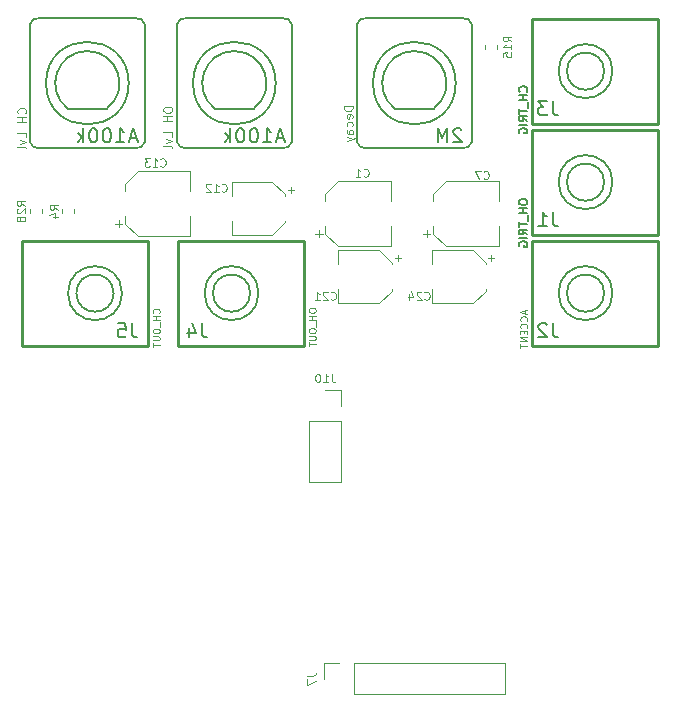
<source format=gbr>
G04 #@! TF.GenerationSoftware,KiCad,Pcbnew,(5.0.1)-4*
G04 #@! TF.CreationDate,2019-01-08T12:08:18+01:00*
G04 #@! TF.ProjectId,1U HiHat,31552048694861742E6B696361645F70,rev?*
G04 #@! TF.SameCoordinates,Original*
G04 #@! TF.FileFunction,Legend,Bot*
G04 #@! TF.FilePolarity,Positive*
%FSLAX46Y46*%
G04 Gerber Fmt 4.6, Leading zero omitted, Abs format (unit mm)*
G04 Created by KiCad (PCBNEW (5.0.1)-4) date 01/08/19 12:08:18*
%MOMM*%
%LPD*%
G01*
G04 APERTURE LIST*
%ADD10C,0.127000*%
%ADD11C,0.254000*%
%ADD12C,0.120000*%
%ADD13C,0.150000*%
%ADD14C,0.152400*%
G04 APERTURE END LIST*
D10*
G04 #@! TO.C,J1*
X139966700Y-77978000D02*
G75*
G03X139966700Y-77978000I-2286000J0D01*
G01*
X139255500Y-77978000D02*
G75*
G03X139255500Y-77978000I-1574800J0D01*
G01*
D11*
X133172200Y-82423000D02*
X133172200Y-73533000D01*
X143840200Y-82423000D02*
X133172200Y-82423000D01*
X143840200Y-73533000D02*
X143840200Y-82423000D01*
X133172200Y-73533000D02*
X143840200Y-73533000D01*
D10*
G04 #@! TO.C,J2*
X139966700Y-87376000D02*
G75*
G03X139966700Y-87376000I-2286000J0D01*
G01*
X139255500Y-87376000D02*
G75*
G03X139255500Y-87376000I-1574800J0D01*
G01*
D11*
X133172200Y-91821000D02*
X133172200Y-82931000D01*
X143840200Y-91821000D02*
X133172200Y-91821000D01*
X143840200Y-82931000D02*
X143840200Y-91821000D01*
X133172200Y-82931000D02*
X143840200Y-82931000D01*
D10*
G04 #@! TO.C,J3*
X139966700Y-68580000D02*
G75*
G03X139966700Y-68580000I-2286000J0D01*
G01*
X139255500Y-68580000D02*
G75*
G03X139255500Y-68580000I-1574800J0D01*
G01*
D11*
X133172200Y-73025000D02*
X133172200Y-64135000D01*
X143840200Y-73025000D02*
X133172200Y-73025000D01*
X143840200Y-64135000D02*
X143840200Y-73025000D01*
X133172200Y-64135000D02*
X143840200Y-64135000D01*
D10*
G04 #@! TO.C,J4*
X109994700Y-87376000D02*
G75*
G03X109994700Y-87376000I-2286000J0D01*
G01*
X109283500Y-87376000D02*
G75*
G03X109283500Y-87376000I-1574800J0D01*
G01*
D11*
X103200200Y-91821000D02*
X103200200Y-82931000D01*
X113868200Y-91821000D02*
X103200200Y-91821000D01*
X113868200Y-82931000D02*
X113868200Y-91821000D01*
X103200200Y-82931000D02*
X113868200Y-82931000D01*
D10*
G04 #@! TO.C,J5*
X98437700Y-87376000D02*
G75*
G03X98437700Y-87376000I-2286000J0D01*
G01*
X97726500Y-87376000D02*
G75*
G03X97726500Y-87376000I-1574800J0D01*
G01*
D11*
X100660200Y-82931000D02*
X100660200Y-91821000D01*
X89992200Y-82931000D02*
X100660200Y-82931000D01*
X89992200Y-91821000D02*
X89992200Y-82931000D01*
X100660200Y-91821000D02*
X89992200Y-91821000D01*
D12*
G04 #@! TO.C,J7*
X130870000Y-118685000D02*
X130870000Y-121345000D01*
X118110000Y-118685000D02*
X130870000Y-118685000D01*
X118110000Y-121345000D02*
X130870000Y-121345000D01*
X118110000Y-118685000D02*
X118110000Y-121345000D01*
X116840000Y-118685000D02*
X115510000Y-118685000D01*
X115510000Y-118685000D02*
X115510000Y-120015000D01*
G04 #@! TO.C,J10*
X116949837Y-95596400D02*
X115619837Y-95596400D01*
X116949837Y-96926400D02*
X116949837Y-95596400D01*
X116949837Y-98196400D02*
X114289837Y-98196400D01*
X114289837Y-98196400D02*
X114289837Y-103336400D01*
X116949837Y-98196400D02*
X116949837Y-103336400D01*
X116949837Y-103336400D02*
X114289837Y-103336400D01*
D10*
G04 #@! TO.C,Decay*
X126689837Y-69597843D02*
G75*
G03X126689837Y-69597843I-3500000J0D01*
G01*
X118335837Y-74587943D02*
G75*
G03X119099737Y-75097843I636900J127000D01*
G01*
X127279937Y-75097843D02*
X119099737Y-75097843D01*
X127279937Y-75097843D02*
G75*
G03X128043837Y-74587943I127000J636900D01*
G01*
X128043837Y-64607743D02*
X128043837Y-74587943D01*
X128043837Y-64607743D02*
G75*
G03X127279937Y-64097843I-636900J-127000D01*
G01*
X119099737Y-64097843D02*
X127279937Y-64097843D01*
X119099737Y-64097843D02*
G75*
G03X118335837Y-64607743I-127000J-636900D01*
G01*
X118335837Y-74587943D02*
X118335837Y-64607743D01*
D13*
X121539000Y-71755000D02*
G75*
G02X124841000Y-71755000I1651000J2159000D01*
G01*
X124841000Y-71755000D02*
X121539000Y-71755000D01*
D10*
G04 #@! TO.C,OH Lvl*
X111449837Y-69597843D02*
G75*
G03X111449837Y-69597843I-3500000J0D01*
G01*
X103095837Y-74587943D02*
G75*
G03X103859737Y-75097843I636900J127000D01*
G01*
X112039937Y-75097843D02*
X103859737Y-75097843D01*
X112039937Y-75097843D02*
G75*
G03X112803837Y-74587943I127000J636900D01*
G01*
X112803837Y-64607743D02*
X112803837Y-74587943D01*
X112803837Y-64607743D02*
G75*
G03X112039937Y-64097843I-636900J-127000D01*
G01*
X103859737Y-64097843D02*
X112039937Y-64097843D01*
X103859737Y-64097843D02*
G75*
G03X103095837Y-64607743I-127000J-636900D01*
G01*
X103095837Y-74587943D02*
X103095837Y-64607743D01*
D13*
X106299000Y-71755000D02*
G75*
G02X109601000Y-71755000I1651000J2159000D01*
G01*
X109601000Y-71755000D02*
X106299000Y-71755000D01*
G04 #@! TO.C,CH Lvl*
X97155000Y-71755000D02*
X93853000Y-71755000D01*
X93853000Y-71755000D02*
G75*
G02X97155000Y-71755000I1651000J2159000D01*
G01*
D10*
X90649837Y-74587943D02*
X90649837Y-64607743D01*
X91413737Y-64097843D02*
G75*
G03X90649837Y-64607743I-127000J-636900D01*
G01*
X91413737Y-64097843D02*
X99593937Y-64097843D01*
X100357837Y-64607743D02*
G75*
G03X99593937Y-64097843I-636900J-127000D01*
G01*
X100357837Y-64607743D02*
X100357837Y-74587943D01*
X99593937Y-75097843D02*
G75*
G03X100357837Y-74587943I127000J636900D01*
G01*
X99593937Y-75097843D02*
X91413737Y-75097843D01*
X90649837Y-74587943D02*
G75*
G03X91413737Y-75097843I636900J127000D01*
G01*
X99003837Y-69597843D02*
G75*
G03X99003837Y-69597843I-3500000J0D01*
G01*
D12*
G04 #@! TO.C,C1*
X121187500Y-77885000D02*
X121187500Y-79585000D01*
X121187500Y-83405000D02*
X121187500Y-81705000D01*
X116731937Y-83405000D02*
X121187500Y-83405000D01*
X116731937Y-77885000D02*
X121187500Y-77885000D01*
X115667500Y-78949437D02*
X115667500Y-79585000D01*
X115667500Y-82340563D02*
X115667500Y-81705000D01*
X115667500Y-82340563D02*
X116731937Y-83405000D01*
X115667500Y-78949437D02*
X116731937Y-77885000D01*
X114802500Y-82330000D02*
X115427500Y-82330000D01*
X115115000Y-82642500D02*
X115115000Y-82017500D01*
G04 #@! TO.C,C7*
X124246000Y-82642500D02*
X124246000Y-82017500D01*
X123933500Y-82330000D02*
X124558500Y-82330000D01*
X124798500Y-78949437D02*
X125862937Y-77885000D01*
X124798500Y-82340563D02*
X125862937Y-83405000D01*
X124798500Y-82340563D02*
X124798500Y-81705000D01*
X124798500Y-78949437D02*
X124798500Y-79585000D01*
X125862937Y-77885000D02*
X130318500Y-77885000D01*
X125862937Y-83405000D02*
X130318500Y-83405000D01*
X130318500Y-83405000D02*
X130318500Y-81705000D01*
X130318500Y-77885000D02*
X130318500Y-79585000D01*
G04 #@! TO.C,C12*
X107722000Y-82460500D02*
X107722000Y-81260500D01*
X107722000Y-77940500D02*
X107722000Y-79140500D01*
X111177563Y-77940500D02*
X107722000Y-77940500D01*
X111177563Y-82460500D02*
X107722000Y-82460500D01*
X112242000Y-81396063D02*
X112242000Y-81260500D01*
X112242000Y-79004937D02*
X112242000Y-79140500D01*
X112242000Y-79004937D02*
X111177563Y-77940500D01*
X112242000Y-81396063D02*
X111177563Y-82460500D01*
X112982000Y-78640500D02*
X112482000Y-78640500D01*
X112732000Y-78390500D02*
X112732000Y-78890500D01*
G04 #@! TO.C,C13*
X104233000Y-77050500D02*
X104233000Y-78750500D01*
X104233000Y-82570500D02*
X104233000Y-80870500D01*
X99777437Y-82570500D02*
X104233000Y-82570500D01*
X99777437Y-77050500D02*
X104233000Y-77050500D01*
X98713000Y-78114937D02*
X98713000Y-78750500D01*
X98713000Y-81506063D02*
X98713000Y-80870500D01*
X98713000Y-81506063D02*
X99777437Y-82570500D01*
X98713000Y-78114937D02*
X99777437Y-77050500D01*
X97848000Y-81495500D02*
X98473000Y-81495500D01*
X98160500Y-81808000D02*
X98160500Y-81183000D01*
G04 #@! TO.C,C21*
X121777500Y-84169000D02*
X121777500Y-84669000D01*
X122027500Y-84419000D02*
X121527500Y-84419000D01*
X121287500Y-87174563D02*
X120223063Y-88239000D01*
X121287500Y-84783437D02*
X120223063Y-83719000D01*
X121287500Y-84783437D02*
X121287500Y-84919000D01*
X121287500Y-87174563D02*
X121287500Y-87039000D01*
X120223063Y-88239000D02*
X116767500Y-88239000D01*
X120223063Y-83719000D02*
X116767500Y-83719000D01*
X116767500Y-83719000D02*
X116767500Y-84919000D01*
X116767500Y-88239000D02*
X116767500Y-87039000D01*
G04 #@! TO.C,C24*
X124698500Y-88239000D02*
X124698500Y-87039000D01*
X124698500Y-83719000D02*
X124698500Y-84919000D01*
X128154063Y-83719000D02*
X124698500Y-83719000D01*
X128154063Y-88239000D02*
X124698500Y-88239000D01*
X129218500Y-87174563D02*
X129218500Y-87039000D01*
X129218500Y-84783437D02*
X129218500Y-84919000D01*
X129218500Y-84783437D02*
X128154063Y-83719000D01*
X129218500Y-87174563D02*
X128154063Y-88239000D01*
X129958500Y-84419000D02*
X129458500Y-84419000D01*
X129708500Y-84169000D02*
X129708500Y-84669000D01*
G04 #@! TO.C,R4*
X93343000Y-80262733D02*
X93343000Y-80605267D01*
X94363000Y-80262733D02*
X94363000Y-80605267D01*
G04 #@! TO.C,R15*
X130177000Y-66686767D02*
X130177000Y-66344233D01*
X129157000Y-66686767D02*
X129157000Y-66344233D01*
G04 #@! TO.C,R28*
X91696000Y-80262733D02*
X91696000Y-80605267D01*
X90676000Y-80262733D02*
X90676000Y-80605267D01*
G04 #@! TO.C,J1*
D14*
X134904963Y-80524047D02*
X134904963Y-81385833D01*
X134962416Y-81558190D01*
X135077320Y-81673095D01*
X135249678Y-81730547D01*
X135364582Y-81730547D01*
X133698463Y-81730547D02*
X134387892Y-81730547D01*
X134043178Y-81730547D02*
X134043178Y-80524047D01*
X134158082Y-80696404D01*
X134272987Y-80811309D01*
X134387892Y-80868761D01*
X132057866Y-79596260D02*
X132057866Y-79729593D01*
X132091200Y-79796260D01*
X132157866Y-79862926D01*
X132291200Y-79896260D01*
X132524533Y-79896260D01*
X132657866Y-79862926D01*
X132724533Y-79796260D01*
X132757866Y-79729593D01*
X132757866Y-79596260D01*
X132724533Y-79529593D01*
X132657866Y-79462926D01*
X132524533Y-79429593D01*
X132291200Y-79429593D01*
X132157866Y-79462926D01*
X132091200Y-79529593D01*
X132057866Y-79596260D01*
X132757866Y-80196260D02*
X132057866Y-80196260D01*
X132391200Y-80196260D02*
X132391200Y-80596260D01*
X132757866Y-80596260D02*
X132057866Y-80596260D01*
X132824533Y-80762926D02*
X132824533Y-81296260D01*
X132057866Y-81362926D02*
X132057866Y-81762926D01*
X132757866Y-81562926D02*
X132057866Y-81562926D01*
X132757866Y-82396260D02*
X132424533Y-82162926D01*
X132757866Y-81996260D02*
X132057866Y-81996260D01*
X132057866Y-82262926D01*
X132091200Y-82329593D01*
X132124533Y-82362926D01*
X132191200Y-82396260D01*
X132291200Y-82396260D01*
X132357866Y-82362926D01*
X132391200Y-82329593D01*
X132424533Y-82262926D01*
X132424533Y-81996260D01*
X132757866Y-82696260D02*
X132057866Y-82696260D01*
X132091200Y-83396260D02*
X132057866Y-83329593D01*
X132057866Y-83229593D01*
X132091200Y-83129593D01*
X132157866Y-83062926D01*
X132224533Y-83029593D01*
X132357866Y-82996260D01*
X132457866Y-82996260D01*
X132591200Y-83029593D01*
X132657866Y-83062926D01*
X132724533Y-83129593D01*
X132757866Y-83229593D01*
X132757866Y-83296260D01*
X132724533Y-83396260D01*
X132691200Y-83429593D01*
X132457866Y-83429593D01*
X132457866Y-83296260D01*
G04 #@! TO.C,J2*
X134904963Y-89922047D02*
X134904963Y-90783833D01*
X134962416Y-90956190D01*
X135077320Y-91071095D01*
X135249678Y-91128547D01*
X135364582Y-91128547D01*
X134387892Y-90036952D02*
X134330440Y-89979500D01*
X134215535Y-89922047D01*
X133928273Y-89922047D01*
X133813368Y-89979500D01*
X133755916Y-90036952D01*
X133698463Y-90151857D01*
X133698463Y-90266761D01*
X133755916Y-90439119D01*
X134445344Y-91128547D01*
X133698463Y-91128547D01*
D12*
X132591200Y-88838285D02*
X132591200Y-89124000D01*
X132762628Y-88781142D02*
X132162628Y-88981142D01*
X132762628Y-89181142D01*
X132705485Y-89724000D02*
X132734057Y-89695428D01*
X132762628Y-89609714D01*
X132762628Y-89552571D01*
X132734057Y-89466857D01*
X132676914Y-89409714D01*
X132619771Y-89381142D01*
X132505485Y-89352571D01*
X132419771Y-89352571D01*
X132305485Y-89381142D01*
X132248342Y-89409714D01*
X132191200Y-89466857D01*
X132162628Y-89552571D01*
X132162628Y-89609714D01*
X132191200Y-89695428D01*
X132219771Y-89724000D01*
X132705485Y-90324000D02*
X132734057Y-90295428D01*
X132762628Y-90209714D01*
X132762628Y-90152571D01*
X132734057Y-90066857D01*
X132676914Y-90009714D01*
X132619771Y-89981142D01*
X132505485Y-89952571D01*
X132419771Y-89952571D01*
X132305485Y-89981142D01*
X132248342Y-90009714D01*
X132191200Y-90066857D01*
X132162628Y-90152571D01*
X132162628Y-90209714D01*
X132191200Y-90295428D01*
X132219771Y-90324000D01*
X132448342Y-90581142D02*
X132448342Y-90781142D01*
X132762628Y-90866857D02*
X132762628Y-90581142D01*
X132162628Y-90581142D01*
X132162628Y-90866857D01*
X132762628Y-91124000D02*
X132162628Y-91124000D01*
X132762628Y-91466857D01*
X132162628Y-91466857D01*
X132162628Y-91666857D02*
X132162628Y-92009714D01*
X132762628Y-91838285D02*
X132162628Y-91838285D01*
G04 #@! TO.C,J3*
D14*
X134904963Y-71126047D02*
X134904963Y-71987833D01*
X134962416Y-72160190D01*
X135077320Y-72275095D01*
X135249678Y-72332547D01*
X135364582Y-72332547D01*
X134445344Y-71126047D02*
X133698463Y-71126047D01*
X134100630Y-71585666D01*
X133928273Y-71585666D01*
X133813368Y-71643119D01*
X133755916Y-71700571D01*
X133698463Y-71815476D01*
X133698463Y-72102738D01*
X133755916Y-72217642D01*
X133813368Y-72275095D01*
X133928273Y-72332547D01*
X134272987Y-72332547D01*
X134387892Y-72275095D01*
X134445344Y-72217642D01*
X132691200Y-70312526D02*
X132724533Y-70279193D01*
X132757866Y-70179193D01*
X132757866Y-70112526D01*
X132724533Y-70012526D01*
X132657866Y-69945860D01*
X132591200Y-69912526D01*
X132457866Y-69879193D01*
X132357866Y-69879193D01*
X132224533Y-69912526D01*
X132157866Y-69945860D01*
X132091200Y-70012526D01*
X132057866Y-70112526D01*
X132057866Y-70179193D01*
X132091200Y-70279193D01*
X132124533Y-70312526D01*
X132757866Y-70612526D02*
X132057866Y-70612526D01*
X132391200Y-70612526D02*
X132391200Y-71012526D01*
X132757866Y-71012526D02*
X132057866Y-71012526D01*
X132824533Y-71179193D02*
X132824533Y-71712526D01*
X132057866Y-71779193D02*
X132057866Y-72179193D01*
X132757866Y-71979193D02*
X132057866Y-71979193D01*
X132757866Y-72812526D02*
X132424533Y-72579193D01*
X132757866Y-72412526D02*
X132057866Y-72412526D01*
X132057866Y-72679193D01*
X132091200Y-72745860D01*
X132124533Y-72779193D01*
X132191200Y-72812526D01*
X132291200Y-72812526D01*
X132357866Y-72779193D01*
X132391200Y-72745860D01*
X132424533Y-72679193D01*
X132424533Y-72412526D01*
X132757866Y-73112526D02*
X132057866Y-73112526D01*
X132091200Y-73812526D02*
X132057866Y-73745860D01*
X132057866Y-73645860D01*
X132091200Y-73545860D01*
X132157866Y-73479193D01*
X132224533Y-73445860D01*
X132357866Y-73412526D01*
X132457866Y-73412526D01*
X132591200Y-73445860D01*
X132657866Y-73479193D01*
X132724533Y-73545860D01*
X132757866Y-73645860D01*
X132757866Y-73712526D01*
X132724533Y-73812526D01*
X132691200Y-73845860D01*
X132457866Y-73845860D01*
X132457866Y-73712526D01*
G04 #@! TO.C,J4*
X105186963Y-89922047D02*
X105186963Y-90783833D01*
X105244416Y-90956190D01*
X105359320Y-91071095D01*
X105531678Y-91128547D01*
X105646582Y-91128547D01*
X104095368Y-90324214D02*
X104095368Y-91128547D01*
X104382630Y-89864595D02*
X104669892Y-90726380D01*
X103923011Y-90726380D01*
D12*
X114230228Y-88777942D02*
X114230228Y-88892228D01*
X114258800Y-88949371D01*
X114315942Y-89006514D01*
X114430228Y-89035085D01*
X114630228Y-89035085D01*
X114744514Y-89006514D01*
X114801657Y-88949371D01*
X114830228Y-88892228D01*
X114830228Y-88777942D01*
X114801657Y-88720800D01*
X114744514Y-88663657D01*
X114630228Y-88635085D01*
X114430228Y-88635085D01*
X114315942Y-88663657D01*
X114258800Y-88720800D01*
X114230228Y-88777942D01*
X114830228Y-89292228D02*
X114230228Y-89292228D01*
X114515942Y-89292228D02*
X114515942Y-89635085D01*
X114830228Y-89635085D02*
X114230228Y-89635085D01*
X114887371Y-89777942D02*
X114887371Y-90235085D01*
X114230228Y-90492228D02*
X114230228Y-90606514D01*
X114258800Y-90663657D01*
X114315942Y-90720800D01*
X114430228Y-90749371D01*
X114630228Y-90749371D01*
X114744514Y-90720800D01*
X114801657Y-90663657D01*
X114830228Y-90606514D01*
X114830228Y-90492228D01*
X114801657Y-90435085D01*
X114744514Y-90377942D01*
X114630228Y-90349371D01*
X114430228Y-90349371D01*
X114315942Y-90377942D01*
X114258800Y-90435085D01*
X114230228Y-90492228D01*
X114230228Y-91006514D02*
X114715942Y-91006514D01*
X114773085Y-91035085D01*
X114801657Y-91063657D01*
X114830228Y-91120800D01*
X114830228Y-91235085D01*
X114801657Y-91292228D01*
X114773085Y-91320800D01*
X114715942Y-91349371D01*
X114230228Y-91349371D01*
X114230228Y-91549371D02*
X114230228Y-91892228D01*
X114830228Y-91720800D02*
X114230228Y-91720800D01*
G04 #@! TO.C,J5*
D14*
X99268763Y-89922047D02*
X99268763Y-90783833D01*
X99326216Y-90956190D01*
X99441120Y-91071095D01*
X99613478Y-91128547D01*
X99728382Y-91128547D01*
X98119716Y-89922047D02*
X98694240Y-89922047D01*
X98751692Y-90496571D01*
X98694240Y-90439119D01*
X98579335Y-90381666D01*
X98292073Y-90381666D01*
X98177168Y-90439119D01*
X98119716Y-90496571D01*
X98062263Y-90611476D01*
X98062263Y-90898738D01*
X98119716Y-91013642D01*
X98177168Y-91071095D01*
X98292073Y-91128547D01*
X98579335Y-91128547D01*
X98694240Y-91071095D01*
X98751692Y-91013642D01*
D12*
X101565085Y-89057314D02*
X101593657Y-89028742D01*
X101622228Y-88943028D01*
X101622228Y-88885885D01*
X101593657Y-88800171D01*
X101536514Y-88743028D01*
X101479371Y-88714457D01*
X101365085Y-88685885D01*
X101279371Y-88685885D01*
X101165085Y-88714457D01*
X101107942Y-88743028D01*
X101050800Y-88800171D01*
X101022228Y-88885885D01*
X101022228Y-88943028D01*
X101050800Y-89028742D01*
X101079371Y-89057314D01*
X101622228Y-89314457D02*
X101022228Y-89314457D01*
X101307942Y-89314457D02*
X101307942Y-89657314D01*
X101622228Y-89657314D02*
X101022228Y-89657314D01*
X101679371Y-89800171D02*
X101679371Y-90257314D01*
X101022228Y-90514457D02*
X101022228Y-90628742D01*
X101050800Y-90685885D01*
X101107942Y-90743028D01*
X101222228Y-90771600D01*
X101422228Y-90771600D01*
X101536514Y-90743028D01*
X101593657Y-90685885D01*
X101622228Y-90628742D01*
X101622228Y-90514457D01*
X101593657Y-90457314D01*
X101536514Y-90400171D01*
X101422228Y-90371600D01*
X101222228Y-90371600D01*
X101107942Y-90400171D01*
X101050800Y-90457314D01*
X101022228Y-90514457D01*
X101022228Y-91028742D02*
X101507942Y-91028742D01*
X101565085Y-91057314D01*
X101593657Y-91085885D01*
X101622228Y-91143028D01*
X101622228Y-91257314D01*
X101593657Y-91314457D01*
X101565085Y-91343028D01*
X101507942Y-91371600D01*
X101022228Y-91371600D01*
X101022228Y-91571600D02*
X101022228Y-91914457D01*
X101622228Y-91743028D02*
X101022228Y-91743028D01*
G04 #@! TO.C,J7*
X114126666Y-119781666D02*
X114626666Y-119781666D01*
X114726666Y-119748333D01*
X114793333Y-119681666D01*
X114826666Y-119581666D01*
X114826666Y-119515000D01*
X114126666Y-120048333D02*
X114126666Y-120515000D01*
X114826666Y-120215000D01*
G04 #@! TO.C,J10*
X116186503Y-94213066D02*
X116186503Y-94713066D01*
X116219837Y-94813066D01*
X116286503Y-94879733D01*
X116386503Y-94913066D01*
X116453170Y-94913066D01*
X115486503Y-94913066D02*
X115886503Y-94913066D01*
X115686503Y-94913066D02*
X115686503Y-94213066D01*
X115753170Y-94313066D01*
X115819837Y-94379733D01*
X115886503Y-94413066D01*
X115053170Y-94213066D02*
X114986503Y-94213066D01*
X114919837Y-94246400D01*
X114886503Y-94279733D01*
X114853170Y-94346400D01*
X114819837Y-94479733D01*
X114819837Y-94646400D01*
X114853170Y-94779733D01*
X114886503Y-94846400D01*
X114919837Y-94879733D01*
X114986503Y-94913066D01*
X115053170Y-94913066D01*
X115119837Y-94879733D01*
X115153170Y-94846400D01*
X115186503Y-94779733D01*
X115219837Y-94646400D01*
X115219837Y-94479733D01*
X115186503Y-94346400D01*
X115153170Y-94279733D01*
X115119837Y-94246400D01*
X115053170Y-94213066D01*
G04 #@! TO.C,Decay*
X117972685Y-71528971D02*
X117222685Y-71528971D01*
X117222685Y-71707542D01*
X117258400Y-71814685D01*
X117329828Y-71886114D01*
X117401257Y-71921828D01*
X117544114Y-71957542D01*
X117651257Y-71957542D01*
X117794114Y-71921828D01*
X117865542Y-71886114D01*
X117936971Y-71814685D01*
X117972685Y-71707542D01*
X117972685Y-71528971D01*
X117936971Y-72564685D02*
X117972685Y-72493257D01*
X117972685Y-72350400D01*
X117936971Y-72278971D01*
X117865542Y-72243257D01*
X117579828Y-72243257D01*
X117508400Y-72278971D01*
X117472685Y-72350400D01*
X117472685Y-72493257D01*
X117508400Y-72564685D01*
X117579828Y-72600400D01*
X117651257Y-72600400D01*
X117722685Y-72243257D01*
X117936971Y-73243257D02*
X117972685Y-73171828D01*
X117972685Y-73028971D01*
X117936971Y-72957542D01*
X117901257Y-72921828D01*
X117829828Y-72886114D01*
X117615542Y-72886114D01*
X117544114Y-72921828D01*
X117508400Y-72957542D01*
X117472685Y-73028971D01*
X117472685Y-73171828D01*
X117508400Y-73243257D01*
X117972685Y-73886114D02*
X117579828Y-73886114D01*
X117508400Y-73850400D01*
X117472685Y-73778971D01*
X117472685Y-73636114D01*
X117508400Y-73564685D01*
X117936971Y-73886114D02*
X117972685Y-73814685D01*
X117972685Y-73636114D01*
X117936971Y-73564685D01*
X117865542Y-73528971D01*
X117794114Y-73528971D01*
X117722685Y-73564685D01*
X117686971Y-73636114D01*
X117686971Y-73814685D01*
X117651257Y-73886114D01*
X117472685Y-74171828D02*
X117972685Y-74350400D01*
X117472685Y-74528971D02*
X117972685Y-74350400D01*
X118151257Y-74278971D01*
X118186971Y-74243257D01*
X118222685Y-74171828D01*
D14*
X127179130Y-73526952D02*
X127121678Y-73469500D01*
X127006773Y-73412047D01*
X126719511Y-73412047D01*
X126604606Y-73469500D01*
X126547154Y-73526952D01*
X126489701Y-73641857D01*
X126489701Y-73756761D01*
X126547154Y-73929119D01*
X127236582Y-74618547D01*
X126489701Y-74618547D01*
X125972630Y-74618547D02*
X125972630Y-73412047D01*
X125570463Y-74273833D01*
X125168297Y-73412047D01*
X125168297Y-74618547D01*
G04 #@! TO.C,OH Lvl*
D12*
X101931885Y-71773428D02*
X101931885Y-71916285D01*
X101967600Y-71987714D01*
X102039028Y-72059142D01*
X102181885Y-72094857D01*
X102431885Y-72094857D01*
X102574742Y-72059142D01*
X102646171Y-71987714D01*
X102681885Y-71916285D01*
X102681885Y-71773428D01*
X102646171Y-71702000D01*
X102574742Y-71630571D01*
X102431885Y-71594857D01*
X102181885Y-71594857D01*
X102039028Y-71630571D01*
X101967600Y-71702000D01*
X101931885Y-71773428D01*
X102681885Y-72416285D02*
X101931885Y-72416285D01*
X102289028Y-72416285D02*
X102289028Y-72844857D01*
X102681885Y-72844857D02*
X101931885Y-72844857D01*
X102681885Y-74130571D02*
X102681885Y-73773428D01*
X101931885Y-73773428D01*
X102181885Y-74309142D02*
X102681885Y-74487714D01*
X102181885Y-74666285D01*
X102681885Y-75059142D02*
X102646171Y-74987714D01*
X102574742Y-74952000D01*
X101931885Y-74952000D01*
D14*
X112129630Y-74273833D02*
X111555106Y-74273833D01*
X112244535Y-74618547D02*
X111842368Y-73412047D01*
X111440201Y-74618547D01*
X110406059Y-74618547D02*
X111095487Y-74618547D01*
X110750773Y-74618547D02*
X110750773Y-73412047D01*
X110865678Y-73584404D01*
X110980582Y-73699309D01*
X111095487Y-73756761D01*
X109659178Y-73412047D02*
X109544273Y-73412047D01*
X109429368Y-73469500D01*
X109371916Y-73526952D01*
X109314463Y-73641857D01*
X109257011Y-73871666D01*
X109257011Y-74158928D01*
X109314463Y-74388738D01*
X109371916Y-74503642D01*
X109429368Y-74561095D01*
X109544273Y-74618547D01*
X109659178Y-74618547D01*
X109774082Y-74561095D01*
X109831535Y-74503642D01*
X109888987Y-74388738D01*
X109946440Y-74158928D01*
X109946440Y-73871666D01*
X109888987Y-73641857D01*
X109831535Y-73526952D01*
X109774082Y-73469500D01*
X109659178Y-73412047D01*
X108510130Y-73412047D02*
X108395225Y-73412047D01*
X108280320Y-73469500D01*
X108222868Y-73526952D01*
X108165416Y-73641857D01*
X108107963Y-73871666D01*
X108107963Y-74158928D01*
X108165416Y-74388738D01*
X108222868Y-74503642D01*
X108280320Y-74561095D01*
X108395225Y-74618547D01*
X108510130Y-74618547D01*
X108625035Y-74561095D01*
X108682487Y-74503642D01*
X108739940Y-74388738D01*
X108797392Y-74158928D01*
X108797392Y-73871666D01*
X108739940Y-73641857D01*
X108682487Y-73526952D01*
X108625035Y-73469500D01*
X108510130Y-73412047D01*
X107590892Y-74618547D02*
X107590892Y-73412047D01*
X107475987Y-74158928D02*
X107131273Y-74618547D01*
X107131273Y-73814214D02*
X107590892Y-74273833D01*
G04 #@! TO.C,CH Lvl*
D12*
X90266057Y-72160742D02*
X90301771Y-72125028D01*
X90337485Y-72017885D01*
X90337485Y-71946457D01*
X90301771Y-71839314D01*
X90230342Y-71767885D01*
X90158914Y-71732171D01*
X90016057Y-71696457D01*
X89908914Y-71696457D01*
X89766057Y-71732171D01*
X89694628Y-71767885D01*
X89623200Y-71839314D01*
X89587485Y-71946457D01*
X89587485Y-72017885D01*
X89623200Y-72125028D01*
X89658914Y-72160742D01*
X90337485Y-72482171D02*
X89587485Y-72482171D01*
X89944628Y-72482171D02*
X89944628Y-72910742D01*
X90337485Y-72910742D02*
X89587485Y-72910742D01*
X90337485Y-74196457D02*
X90337485Y-73839314D01*
X89587485Y-73839314D01*
X89837485Y-74375028D02*
X90337485Y-74553600D01*
X89837485Y-74732171D01*
X90337485Y-75125028D02*
X90301771Y-75053600D01*
X90230342Y-75017885D01*
X89587485Y-75017885D01*
D14*
X99683630Y-74273833D02*
X99109106Y-74273833D01*
X99798535Y-74618547D02*
X99396368Y-73412047D01*
X98994201Y-74618547D01*
X97960059Y-74618547D02*
X98649487Y-74618547D01*
X98304773Y-74618547D02*
X98304773Y-73412047D01*
X98419678Y-73584404D01*
X98534582Y-73699309D01*
X98649487Y-73756761D01*
X97213178Y-73412047D02*
X97098273Y-73412047D01*
X96983368Y-73469500D01*
X96925916Y-73526952D01*
X96868463Y-73641857D01*
X96811011Y-73871666D01*
X96811011Y-74158928D01*
X96868463Y-74388738D01*
X96925916Y-74503642D01*
X96983368Y-74561095D01*
X97098273Y-74618547D01*
X97213178Y-74618547D01*
X97328082Y-74561095D01*
X97385535Y-74503642D01*
X97442987Y-74388738D01*
X97500440Y-74158928D01*
X97500440Y-73871666D01*
X97442987Y-73641857D01*
X97385535Y-73526952D01*
X97328082Y-73469500D01*
X97213178Y-73412047D01*
X96064130Y-73412047D02*
X95949225Y-73412047D01*
X95834320Y-73469500D01*
X95776868Y-73526952D01*
X95719416Y-73641857D01*
X95661963Y-73871666D01*
X95661963Y-74158928D01*
X95719416Y-74388738D01*
X95776868Y-74503642D01*
X95834320Y-74561095D01*
X95949225Y-74618547D01*
X96064130Y-74618547D01*
X96179035Y-74561095D01*
X96236487Y-74503642D01*
X96293940Y-74388738D01*
X96351392Y-74158928D01*
X96351392Y-73871666D01*
X96293940Y-73641857D01*
X96236487Y-73526952D01*
X96179035Y-73469500D01*
X96064130Y-73412047D01*
X95144892Y-74618547D02*
X95144892Y-73412047D01*
X95029987Y-74158928D02*
X94685273Y-74618547D01*
X94685273Y-73814214D02*
X95144892Y-74273833D01*
G04 #@! TO.C,C1*
D12*
X118887066Y-77466000D02*
X118920400Y-77499333D01*
X119020400Y-77532666D01*
X119087066Y-77532666D01*
X119187066Y-77499333D01*
X119253733Y-77432666D01*
X119287066Y-77366000D01*
X119320400Y-77232666D01*
X119320400Y-77132666D01*
X119287066Y-76999333D01*
X119253733Y-76932666D01*
X119187066Y-76866000D01*
X119087066Y-76832666D01*
X119020400Y-76832666D01*
X118920400Y-76866000D01*
X118887066Y-76899333D01*
X118220400Y-77532666D02*
X118620400Y-77532666D01*
X118420400Y-77532666D02*
X118420400Y-76832666D01*
X118487066Y-76932666D01*
X118553733Y-76999333D01*
X118620400Y-77032666D01*
G04 #@! TO.C,C7*
X129047066Y-77669200D02*
X129080400Y-77702533D01*
X129180400Y-77735866D01*
X129247066Y-77735866D01*
X129347066Y-77702533D01*
X129413733Y-77635866D01*
X129447066Y-77569200D01*
X129480400Y-77435866D01*
X129480400Y-77335866D01*
X129447066Y-77202533D01*
X129413733Y-77135866D01*
X129347066Y-77069200D01*
X129247066Y-77035866D01*
X129180400Y-77035866D01*
X129080400Y-77069200D01*
X129047066Y-77102533D01*
X128813733Y-77035866D02*
X128347066Y-77035866D01*
X128647066Y-77735866D01*
G04 #@! TO.C,C12*
X106876000Y-78736000D02*
X106909333Y-78769333D01*
X107009333Y-78802666D01*
X107076000Y-78802666D01*
X107176000Y-78769333D01*
X107242666Y-78702666D01*
X107276000Y-78636000D01*
X107309333Y-78502666D01*
X107309333Y-78402666D01*
X107276000Y-78269333D01*
X107242666Y-78202666D01*
X107176000Y-78136000D01*
X107076000Y-78102666D01*
X107009333Y-78102666D01*
X106909333Y-78136000D01*
X106876000Y-78169333D01*
X106209333Y-78802666D02*
X106609333Y-78802666D01*
X106409333Y-78802666D02*
X106409333Y-78102666D01*
X106476000Y-78202666D01*
X106542666Y-78269333D01*
X106609333Y-78302666D01*
X105942666Y-78169333D02*
X105909333Y-78136000D01*
X105842666Y-78102666D01*
X105676000Y-78102666D01*
X105609333Y-78136000D01*
X105576000Y-78169333D01*
X105542666Y-78236000D01*
X105542666Y-78302666D01*
X105576000Y-78402666D01*
X105976000Y-78802666D01*
X105542666Y-78802666D01*
G04 #@! TO.C,C13*
X101694400Y-76602400D02*
X101727733Y-76635733D01*
X101827733Y-76669066D01*
X101894400Y-76669066D01*
X101994400Y-76635733D01*
X102061066Y-76569066D01*
X102094400Y-76502400D01*
X102127733Y-76369066D01*
X102127733Y-76269066D01*
X102094400Y-76135733D01*
X102061066Y-76069066D01*
X101994400Y-76002400D01*
X101894400Y-75969066D01*
X101827733Y-75969066D01*
X101727733Y-76002400D01*
X101694400Y-76035733D01*
X101027733Y-76669066D02*
X101427733Y-76669066D01*
X101227733Y-76669066D02*
X101227733Y-75969066D01*
X101294400Y-76069066D01*
X101361066Y-76135733D01*
X101427733Y-76169066D01*
X100794400Y-75969066D02*
X100361066Y-75969066D01*
X100594400Y-76235733D01*
X100494400Y-76235733D01*
X100427733Y-76269066D01*
X100394400Y-76302400D01*
X100361066Y-76369066D01*
X100361066Y-76535733D01*
X100394400Y-76602400D01*
X100427733Y-76635733D01*
X100494400Y-76669066D01*
X100694400Y-76669066D01*
X100761066Y-76635733D01*
X100794400Y-76602400D01*
G04 #@! TO.C,C21*
X116121600Y-87880000D02*
X116154933Y-87913333D01*
X116254933Y-87946666D01*
X116321600Y-87946666D01*
X116421600Y-87913333D01*
X116488266Y-87846666D01*
X116521600Y-87780000D01*
X116554933Y-87646666D01*
X116554933Y-87546666D01*
X116521600Y-87413333D01*
X116488266Y-87346666D01*
X116421600Y-87280000D01*
X116321600Y-87246666D01*
X116254933Y-87246666D01*
X116154933Y-87280000D01*
X116121600Y-87313333D01*
X115854933Y-87313333D02*
X115821600Y-87280000D01*
X115754933Y-87246666D01*
X115588266Y-87246666D01*
X115521600Y-87280000D01*
X115488266Y-87313333D01*
X115454933Y-87380000D01*
X115454933Y-87446666D01*
X115488266Y-87546666D01*
X115888266Y-87946666D01*
X115454933Y-87946666D01*
X114788266Y-87946666D02*
X115188266Y-87946666D01*
X114988266Y-87946666D02*
X114988266Y-87246666D01*
X115054933Y-87346666D01*
X115121600Y-87413333D01*
X115188266Y-87446666D01*
G04 #@! TO.C,C24*
X124046400Y-87880000D02*
X124079733Y-87913333D01*
X124179733Y-87946666D01*
X124246400Y-87946666D01*
X124346400Y-87913333D01*
X124413066Y-87846666D01*
X124446400Y-87780000D01*
X124479733Y-87646666D01*
X124479733Y-87546666D01*
X124446400Y-87413333D01*
X124413066Y-87346666D01*
X124346400Y-87280000D01*
X124246400Y-87246666D01*
X124179733Y-87246666D01*
X124079733Y-87280000D01*
X124046400Y-87313333D01*
X123779733Y-87313333D02*
X123746400Y-87280000D01*
X123679733Y-87246666D01*
X123513066Y-87246666D01*
X123446400Y-87280000D01*
X123413066Y-87313333D01*
X123379733Y-87380000D01*
X123379733Y-87446666D01*
X123413066Y-87546666D01*
X123813066Y-87946666D01*
X123379733Y-87946666D01*
X122779733Y-87480000D02*
X122779733Y-87946666D01*
X122946400Y-87213333D02*
X123113066Y-87713333D01*
X122679733Y-87713333D01*
G04 #@! TO.C,R4*
X93026666Y-80299733D02*
X92693333Y-80066400D01*
X93026666Y-79899733D02*
X92326666Y-79899733D01*
X92326666Y-80166400D01*
X92360000Y-80233066D01*
X92393333Y-80266400D01*
X92460000Y-80299733D01*
X92560000Y-80299733D01*
X92626666Y-80266400D01*
X92660000Y-80233066D01*
X92693333Y-80166400D01*
X92693333Y-79899733D01*
X92560000Y-80899733D02*
X93026666Y-80899733D01*
X92293333Y-80733066D02*
X92793333Y-80566400D01*
X92793333Y-80999733D01*
G04 #@! TO.C,R15*
X131413666Y-66065500D02*
X131080333Y-65832166D01*
X131413666Y-65665500D02*
X130713666Y-65665500D01*
X130713666Y-65932166D01*
X130747000Y-65998833D01*
X130780333Y-66032166D01*
X130847000Y-66065500D01*
X130947000Y-66065500D01*
X131013666Y-66032166D01*
X131047000Y-65998833D01*
X131080333Y-65932166D01*
X131080333Y-65665500D01*
X131413666Y-66732166D02*
X131413666Y-66332166D01*
X131413666Y-66532166D02*
X130713666Y-66532166D01*
X130813666Y-66465500D01*
X130880333Y-66398833D01*
X130913666Y-66332166D01*
X130713666Y-67365500D02*
X130713666Y-67032166D01*
X131047000Y-66998833D01*
X131013666Y-67032166D01*
X130980333Y-67098833D01*
X130980333Y-67265500D01*
X131013666Y-67332166D01*
X131047000Y-67365500D01*
X131113666Y-67398833D01*
X131280333Y-67398833D01*
X131347000Y-67365500D01*
X131380333Y-67332166D01*
X131413666Y-67265500D01*
X131413666Y-67098833D01*
X131380333Y-67032166D01*
X131347000Y-66998833D01*
G04 #@! TO.C,R28*
X90232666Y-79966400D02*
X89899333Y-79733066D01*
X90232666Y-79566400D02*
X89532666Y-79566400D01*
X89532666Y-79833066D01*
X89566000Y-79899733D01*
X89599333Y-79933066D01*
X89666000Y-79966400D01*
X89766000Y-79966400D01*
X89832666Y-79933066D01*
X89866000Y-79899733D01*
X89899333Y-79833066D01*
X89899333Y-79566400D01*
X89599333Y-80233066D02*
X89566000Y-80266400D01*
X89532666Y-80333066D01*
X89532666Y-80499733D01*
X89566000Y-80566400D01*
X89599333Y-80599733D01*
X89666000Y-80633066D01*
X89732666Y-80633066D01*
X89832666Y-80599733D01*
X90232666Y-80199733D01*
X90232666Y-80633066D01*
X89832666Y-81033066D02*
X89799333Y-80966400D01*
X89766000Y-80933066D01*
X89699333Y-80899733D01*
X89666000Y-80899733D01*
X89599333Y-80933066D01*
X89566000Y-80966400D01*
X89532666Y-81033066D01*
X89532666Y-81166400D01*
X89566000Y-81233066D01*
X89599333Y-81266400D01*
X89666000Y-81299733D01*
X89699333Y-81299733D01*
X89766000Y-81266400D01*
X89799333Y-81233066D01*
X89832666Y-81166400D01*
X89832666Y-81033066D01*
X89866000Y-80966400D01*
X89899333Y-80933066D01*
X89966000Y-80899733D01*
X90099333Y-80899733D01*
X90166000Y-80933066D01*
X90199333Y-80966400D01*
X90232666Y-81033066D01*
X90232666Y-81166400D01*
X90199333Y-81233066D01*
X90166000Y-81266400D01*
X90099333Y-81299733D01*
X89966000Y-81299733D01*
X89899333Y-81266400D01*
X89866000Y-81233066D01*
X89832666Y-81166400D01*
G04 #@! TD*
M02*

</source>
